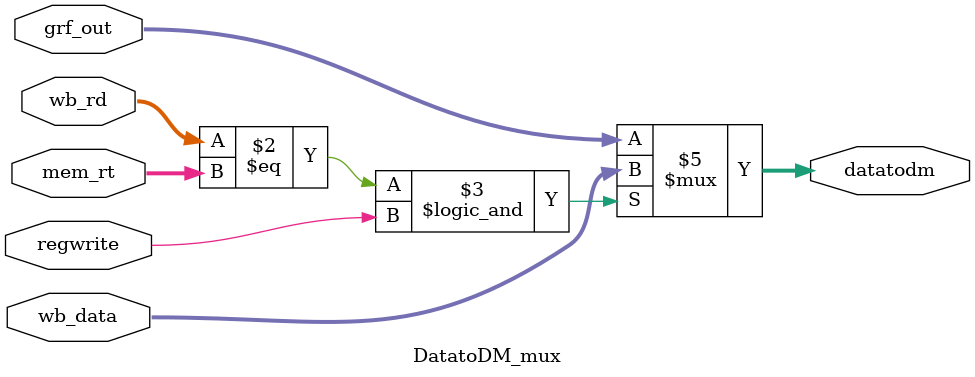
<source format=v>
module RegDst_mux(
		input [1:0] RegDst,
		input [20:16] Instrl_rs,
		input [15:11] Instrl_rt,
		output reg [4:0] Reg_rd
    );
	 
	always@(RegDst or Instrl_rs or Instrl_rt)begin
		case(RegDst)
			2'b00: Reg_rd = Instrl_rs[20:16];
			2'b01: Reg_rd = Instrl_rt[15:11];	
			2'b10: Reg_rd = 5'b11111;	
		endcase
	end
endmodule

module ALUSrc_muxA (
	input [31:0] grf_out,
	input [31:0] aluresult,
	input [31:0] memalu,
	input [1:0] forwardA,
	output reg [31:0] ALUSrc_mux_out 
);
	always @(grf_out or aluresult or memalu or forwardA) begin
		$display("A grf_out,aluresult, memalu,forwardA=%8X,%8X,%8X,%1X",grf_out,aluresult,memalu,forwardA);
		case (forwardA)
			2'b01:ALUSrc_mux_out=memalu;
			2'b10:ALUSrc_mux_out=aluresult; 
			2'b00: ALUSrc_mux_out=grf_out;
			
		endcase
		$display("Aout=%8X",ALUSrc_mux_out);
	end
	
endmodule

module ALUSrc_muxB(
	input [31:0] grf_out,
	input [31:0] extend_out,
	input [31:0] aluresult,
	input [31:0] memdata,
	input ALUSrc,
	input [1:0] forwardB,
	output reg [31:0] ALUSrc_mux_out
	);	
	
	always@(grf_out or extend_out or ALUSrc or aluresult or memdata or forwardB)begin
		if(ALUSrc == 1) ALUSrc_mux_out = extend_out;
		else begin
			$display("B grf_out,extend_out,aluresult, memdata,ALUSrc,forwardB=%8X,%8X,%8X,%8X,%1X,%1X",grf_out,extend_out,aluresult,memdata,ALUSrc,forwardB);
			if (forwardB==2'b01) begin
				ALUSrc_mux_out=memdata;
			end
			else if (forwardB==2'b10) begin
				ALUSrc_mux_out=aluresult;
			end
			else if (forwardB==2'b11) begin
				ALUSrc_mux_out=memdata;
			end
			else ALUSrc_mux_out = grf_out;
		end
	end
endmodule


module DatatoReg_mux(
	input [31:0] ALU_data,
	input [31:0] Mem_data,
	input [31:0] PC_address,
	input [1:0]  DatatoReg,
	output reg [31:0] DatatoReg_out
	);
	
	always@(ALU_data or Mem_data or DatatoReg)begin
		case(DatatoReg)
			2'b00: DatatoReg_out = ALU_data;
			2'b01: DatatoReg_out = Mem_data;	
			2'b10: DatatoReg_out = PC_address+4;		
		endcase
	end
	
	
endmodule 

module DatatoDM_mux (
	input [31:0] grf_out,
	input [31:0] wb_data,
	input [4:0] wb_rd,
	input [4:0] mem_rt,
	input regwrite,
	output reg [31:0] datatodm
);
	always @(grf_out or wb_data or wb_rd or mem_rt) begin
		if ((wb_rd==mem_rt && regwrite))begin
			datatodm=wb_data;
		end
		else datatodm=grf_out;
	end
	
endmodule

</source>
